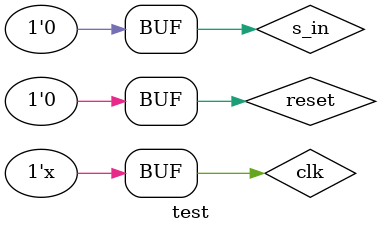
<source format=v>
`timescale 1ns / 1ps


module test;

	// Inputs
	reg clk;
	reg reset;
	reg s_in;

	// Outputs
	wire s_out;

	// Instantiate the Unit Under Test (UUT)
	ghidich uut (
		.clk(clk), 
		.reset(reset), 
		.s_in(s_in), 
		.s_out(s_out)
	);

	initial begin
clk = 0;
		reset = 0;
		#100;
		
		reset = 1;
		#100;
		
		reset = 0;
		#500000000;
		
		s_in = 1;
		#1000000000;
		
		s_in = 0;
		#100;
	end always begin 
	#10; clk = ~clk;
      end
endmodule


</source>
